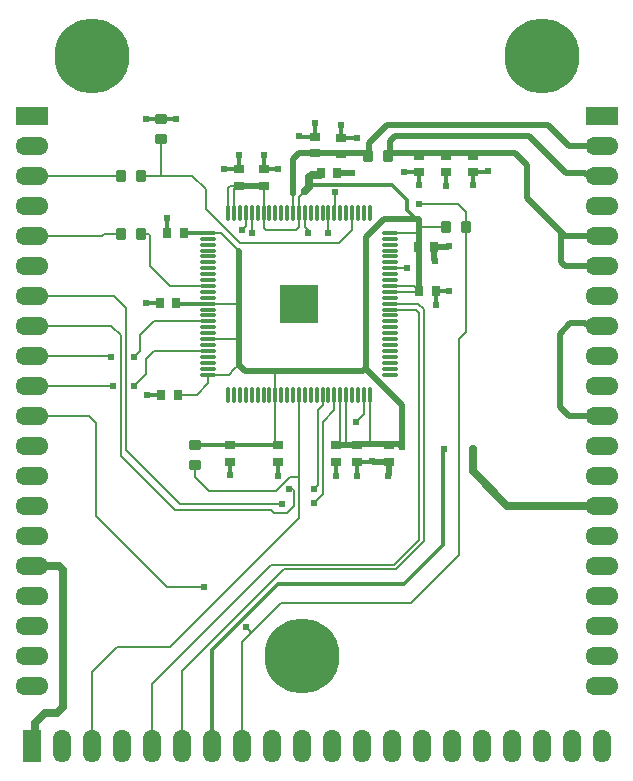
<source format=gtl>
G04*
G04 #@! TF.GenerationSoftware,Altium Limited,Altium Designer,19.0.14 (431)*
G04*
G04 Layer_Physical_Order=1*
G04 Layer_Color=255*
%FSLAX25Y25*%
%MOIN*%
G70*
G01*
G75*
%ADD16O,0.01181X0.05512*%
%ADD17O,0.05512X0.01181*%
%ADD18R,0.03740X0.02953*%
G04:AMPARAMS|DCode=19|XSize=39.37mil|YSize=35.43mil|CornerRadius=4.43mil|HoleSize=0mil|Usage=FLASHONLY|Rotation=0.000|XOffset=0mil|YOffset=0mil|HoleType=Round|Shape=RoundedRectangle|*
%AMROUNDEDRECTD19*
21,1,0.03937,0.02657,0,0,0.0*
21,1,0.03051,0.03543,0,0,0.0*
1,1,0.00886,0.01526,-0.01329*
1,1,0.00886,-0.01526,-0.01329*
1,1,0.00886,-0.01526,0.01329*
1,1,0.00886,0.01526,0.01329*
%
%ADD19ROUNDEDRECTD19*%
%ADD20R,0.02953X0.03740*%
G04:AMPARAMS|DCode=21|XSize=39.37mil|YSize=35.43mil|CornerRadius=4.43mil|HoleSize=0mil|Usage=FLASHONLY|Rotation=270.000|XOffset=0mil|YOffset=0mil|HoleType=Round|Shape=RoundedRectangle|*
%AMROUNDEDRECTD21*
21,1,0.03937,0.02657,0,0,270.0*
21,1,0.03051,0.03543,0,0,270.0*
1,1,0.00886,-0.01329,-0.01526*
1,1,0.00886,-0.01329,0.01526*
1,1,0.00886,0.01329,0.01526*
1,1,0.00886,0.01329,-0.01526*
%
%ADD21ROUNDEDRECTD21*%
%ADD36R,0.12992X0.12992*%
%ADD37C,0.00800*%
%ADD38C,0.02000*%
%ADD39C,0.01200*%
%ADD40C,0.02500*%
%ADD41C,0.25000*%
%ADD42R,0.11000X0.06000*%
%ADD43O,0.11000X0.06000*%
%ADD44R,0.06000X0.11000*%
%ADD45O,0.06000X0.11000*%
%ADD46C,0.02400*%
%ADD47C,0.02362*%
D16*
X120744Y125087D02*
D03*
X118776D02*
D03*
X116807D02*
D03*
X114839D02*
D03*
X112870D02*
D03*
X110902D02*
D03*
X108933D02*
D03*
X106965D02*
D03*
X104996D02*
D03*
X103028D02*
D03*
X101059D02*
D03*
X99090D02*
D03*
X97122D02*
D03*
X95153D02*
D03*
X93185D02*
D03*
X91216D02*
D03*
X89248D02*
D03*
X87279D02*
D03*
X85311D02*
D03*
X83342D02*
D03*
X81374D02*
D03*
X79405D02*
D03*
X77437D02*
D03*
X75468D02*
D03*
X73500D02*
D03*
Y185716D02*
D03*
X75468D02*
D03*
X77437D02*
D03*
X79405D02*
D03*
X81374D02*
D03*
X83342D02*
D03*
X85311D02*
D03*
X87279D02*
D03*
X89248D02*
D03*
X91216D02*
D03*
X93185D02*
D03*
X95153D02*
D03*
X97122D02*
D03*
X99090D02*
D03*
X101059D02*
D03*
X103028D02*
D03*
X104996D02*
D03*
X106965D02*
D03*
X108933D02*
D03*
X110902D02*
D03*
X112870D02*
D03*
X114839D02*
D03*
X116807D02*
D03*
X118776D02*
D03*
X120744D02*
D03*
D17*
X66807Y131780D02*
D03*
Y133748D02*
D03*
Y135716D02*
D03*
Y137685D02*
D03*
Y139654D02*
D03*
Y141622D02*
D03*
Y143591D02*
D03*
Y145559D02*
D03*
Y147528D02*
D03*
Y149496D02*
D03*
Y151465D02*
D03*
Y153433D02*
D03*
Y155402D02*
D03*
Y157370D02*
D03*
Y159339D02*
D03*
Y161307D02*
D03*
Y163276D02*
D03*
Y165244D02*
D03*
Y167213D02*
D03*
Y169181D02*
D03*
Y171150D02*
D03*
Y173118D02*
D03*
Y175087D02*
D03*
Y177055D02*
D03*
Y179024D02*
D03*
X127437D02*
D03*
Y177055D02*
D03*
Y175087D02*
D03*
Y173118D02*
D03*
Y171150D02*
D03*
Y169181D02*
D03*
Y167213D02*
D03*
Y165244D02*
D03*
Y163276D02*
D03*
Y161307D02*
D03*
Y159339D02*
D03*
Y157370D02*
D03*
Y155402D02*
D03*
Y153433D02*
D03*
Y151465D02*
D03*
Y149496D02*
D03*
Y147528D02*
D03*
Y145559D02*
D03*
Y143591D02*
D03*
Y141622D02*
D03*
Y139654D02*
D03*
Y137685D02*
D03*
Y135716D02*
D03*
Y133748D02*
D03*
Y131780D02*
D03*
D18*
X127000Y102744D02*
D03*
Y108256D02*
D03*
X116500Y102744D02*
D03*
Y108256D02*
D03*
X109500D02*
D03*
Y102744D02*
D03*
X90000Y108256D02*
D03*
Y102744D02*
D03*
X74000Y108256D02*
D03*
Y102744D02*
D03*
X155000Y204756D02*
D03*
Y199244D02*
D03*
X146000Y204756D02*
D03*
Y199244D02*
D03*
X137000Y204756D02*
D03*
Y199244D02*
D03*
X111295Y205213D02*
D03*
Y210724D02*
D03*
X102500Y205500D02*
D03*
Y211012D02*
D03*
X85500Y194744D02*
D03*
Y200256D02*
D03*
X77000Y194744D02*
D03*
Y200256D02*
D03*
D19*
X62500Y101654D02*
D03*
Y108346D02*
D03*
X51000Y210154D02*
D03*
Y216846D02*
D03*
D20*
X137244Y159500D02*
D03*
X142756D02*
D03*
X142256Y174299D02*
D03*
X136744D02*
D03*
X109902Y199000D02*
D03*
X104390D02*
D03*
X53244Y179000D02*
D03*
X58756D02*
D03*
X56256Y155500D02*
D03*
X50744D02*
D03*
X51244Y125000D02*
D03*
X56756D02*
D03*
D21*
X152847Y181000D02*
D03*
X146153D02*
D03*
X120153Y204756D02*
D03*
X126847D02*
D03*
X44346Y178500D02*
D03*
X37654D02*
D03*
X44346Y198000D02*
D03*
X37653D02*
D03*
D36*
X97122Y155402D02*
D03*
D37*
X97122Y84122D02*
Y97500D01*
X54000Y41000D02*
X97122Y84122D01*
X36500Y41000D02*
X54000D01*
X87900Y68400D02*
X128900D01*
X48000Y28500D02*
X87900Y68400D01*
X48000Y8000D02*
Y28500D01*
X89248Y132748D02*
X89500Y133000D01*
X89248Y125087D02*
Y132748D01*
X116106Y116000D02*
X118776Y118669D01*
Y125087D01*
X76591Y143591D02*
X77000Y144000D01*
X75439Y143591D02*
X76591D01*
X75530Y133530D02*
X77000Y135000D01*
X75530Y133500D02*
Y133530D01*
X66807Y128807D02*
Y131780D01*
X63000Y125000D02*
X66807Y128807D01*
X97122Y97500D02*
Y125087D01*
X108933Y119925D02*
Y125087D01*
X104996Y115988D02*
X108933Y119925D01*
X104996Y91996D02*
Y115988D01*
X104996Y121500D02*
Y125087D01*
X103421Y119925D02*
X104996Y121500D01*
X103421Y94921D02*
Y119925D01*
X89248Y109158D02*
X90150Y108256D01*
X89248Y109158D02*
Y125087D01*
X109500Y108256D02*
X109825D01*
X110902Y109332D01*
Y125087D01*
X112870Y108386D02*
X113000Y108256D01*
X112870Y108386D02*
Y125087D01*
X120744Y108988D02*
X121000Y108732D01*
X120744Y108988D02*
Y125087D01*
X127437Y153433D02*
X136000D01*
X137244Y152189D01*
X136742Y155402D02*
X138644Y153500D01*
X127437Y155402D02*
X136742D01*
X127437Y167213D02*
X133000D01*
X137244Y159500D02*
Y159894D01*
X136168Y160970D02*
X137244Y159894D01*
X135774Y160970D02*
X136168D01*
X135437Y161307D02*
X135774Y160970D01*
X127437Y161307D02*
X135437D01*
X137083Y159339D02*
X137244Y159500D01*
X136295Y158551D02*
X137083Y159339D01*
X127437D02*
X137083D01*
X73809Y131780D02*
X75530Y133500D01*
X66807Y131780D02*
X73809D01*
X75902Y155402D02*
X76000Y155500D01*
X66807Y155402D02*
X75902D01*
X70976Y179024D02*
X77000Y173000D01*
X66807Y179024D02*
X70976D01*
X75439Y143591D02*
X75530Y143500D01*
X66807Y143591D02*
X75439D01*
X47500Y168000D02*
X54193Y161307D01*
X66807D01*
X46000Y132000D02*
Y137000D01*
X48654Y139654D01*
X66807D01*
X44000Y144846D02*
X48650Y149496D01*
X66807D01*
X137244Y181000D02*
X146153D01*
X137236Y179024D02*
X137244Y179032D01*
X127437Y179024D02*
X137236D01*
X109000Y185784D02*
Y192500D01*
X108933Y185716D02*
X109000Y185784D01*
X97122Y180961D02*
Y185716D01*
X96000Y179839D02*
X97122Y180961D01*
X86839Y179839D02*
X96000D01*
X86831Y179831D02*
X86839Y179839D01*
X86169Y179831D02*
X86831D01*
X85311Y180689D02*
X86169Y179831D01*
X85311Y180689D02*
Y185716D01*
X78000Y179839D02*
X79405Y181244D01*
Y185716D01*
X81374Y178976D02*
X81500Y178850D01*
X81374Y178976D02*
Y185716D01*
X85311Y191764D02*
X85500Y191953D01*
X85311Y185716D02*
Y191764D01*
X74244Y194744D02*
X76606D01*
X73500Y194000D02*
X74244Y194744D01*
X73500Y185716D02*
Y194000D01*
X76606Y194744D02*
X77000D01*
X75530Y193668D02*
X76606Y194744D01*
X75530Y193261D02*
Y193668D01*
X75468Y193199D02*
X75530Y193261D01*
X75468Y185716D02*
Y193199D01*
X110500Y175500D02*
X114839Y179839D01*
Y185716D01*
X77500Y175500D02*
X110500D01*
X66000Y187000D02*
X77500Y175500D01*
X66000Y187000D02*
Y193500D01*
X61500Y198000D02*
X66000Y193500D01*
X95153Y185716D02*
Y192000D01*
X97122Y190834D02*
X99288Y193000D01*
X97122Y185716D02*
Y190834D01*
X100000Y178850D02*
Y180000D01*
X99090Y180909D02*
X100000Y180000D01*
X99090Y180909D02*
Y185716D01*
X106965Y179032D02*
Y185716D01*
X150500Y71500D02*
Y143500D01*
X134500Y55500D02*
X150500Y71500D01*
X91000Y55500D02*
X134500D01*
X150500Y143500D02*
X152847Y145846D01*
X80750Y45250D02*
X91000Y55500D01*
X78000Y42500D02*
X80750Y45250D01*
Y46231D01*
X79500Y47481D02*
X80750Y46231D01*
X79500Y47481D02*
Y47500D01*
X53000Y61000D02*
X65575D01*
X29500Y84500D02*
X53000Y61000D01*
X29500Y84500D02*
Y115500D01*
X27000Y118000D02*
X29500Y115500D01*
X37653Y104500D02*
Y144846D01*
X39500Y106500D02*
Y153827D01*
X42000Y128000D02*
X46000Y132000D01*
X35327Y158000D02*
X39500Y153827D01*
X37653Y104500D02*
X55654Y86500D01*
X39500Y106500D02*
X57500Y88500D01*
X34500Y148000D02*
X37653Y144846D01*
X8000Y118000D02*
X27000D01*
X94000Y97500D02*
X97122D01*
X89500Y93000D02*
X94000Y97500D01*
X67000Y93000D02*
X89500D01*
X62500Y97500D02*
X67000Y93000D01*
X62500Y97500D02*
Y101654D01*
X88673Y85500D02*
X93000D01*
X87673Y86500D02*
X88673Y85500D01*
X55654Y86500D02*
X87673D01*
X152847Y145846D02*
Y181000D01*
X78000Y8000D02*
Y42500D01*
X92000Y67000D02*
X129480D01*
X58000Y33000D02*
X92000Y67000D01*
X58000Y8000D02*
Y33000D01*
X137000Y188500D02*
X150276D01*
X152847Y185929D01*
Y181000D02*
Y185929D01*
X8000Y128000D02*
X35000D01*
X34250Y138000D02*
X34500Y137750D01*
X8000Y138000D02*
X34250D01*
X42000Y137750D02*
X44000Y139750D01*
Y144846D01*
X93972Y93500D02*
X95000D01*
X95500Y93000D01*
Y88000D02*
Y93000D01*
X93000Y85500D02*
X95500Y88000D01*
X8000Y148000D02*
X34500D01*
X57500Y88500D02*
X91500D01*
X8000Y158000D02*
X35327D01*
X102000Y89000D02*
X104996Y91996D01*
X102000Y93500D02*
X103421Y94921D01*
X32000Y178500D02*
X37654D01*
X31500Y178000D02*
X32000Y178500D01*
X8000Y178000D02*
X31500D01*
X44346Y178500D02*
X47000D01*
X47500Y178000D01*
Y168000D02*
Y178000D01*
X51000Y198000D02*
X61500D01*
X44346D02*
X51000D01*
Y210154D01*
X128900Y68400D02*
X137244Y76744D01*
X129480Y67000D02*
X138644Y76164D01*
Y153500D01*
X137244Y76744D02*
Y152189D01*
X28000Y8000D02*
Y32500D01*
X36500Y41000D01*
X56756Y125000D02*
X63000D01*
X85500Y191953D02*
Y194744D01*
X136618Y160126D02*
X137244Y159500D01*
X109500Y108500D02*
X109721Y108721D01*
X115862Y108500D02*
X116232D01*
X115862D02*
X116106Y108256D01*
X115030Y109332D02*
X115862Y108500D01*
X115030Y109332D02*
Y109386D01*
X116106Y108256D02*
X116476D01*
X116232Y108500D02*
X116476Y108256D01*
X58756Y179000D02*
X59256Y178500D01*
X77000Y194744D02*
X78000Y193744D01*
X76500Y194244D02*
X77000Y194744D01*
X8000Y198000D02*
X37653D01*
D38*
X89500Y133000D02*
X118328D01*
X79000D02*
X89500D01*
X77000Y144000D02*
Y173000D01*
Y135000D02*
Y144000D01*
X119500Y133500D02*
Y134172D01*
Y133500D02*
X131500Y121500D01*
X109825Y108256D02*
X113000D01*
X116106D01*
X121000Y108732D02*
X130159D01*
X116000D02*
X121000D01*
X137244Y159894D02*
Y174299D01*
X136128Y183500D02*
X137000D01*
X125500D02*
X136128D01*
X137000D02*
X137244Y183256D01*
X119500Y177500D02*
X125500Y183500D01*
X119500Y134172D02*
Y177500D01*
X118328Y133000D02*
X119500Y134172D01*
X77000Y135000D02*
X79000Y133000D01*
X137244Y174299D02*
Y179032D01*
Y181000D02*
Y183256D01*
Y179032D02*
Y181000D01*
X95153Y192000D02*
Y203654D01*
X126847Y98000D02*
X127000Y98154D01*
Y102744D01*
X121500Y103000D02*
X121608D01*
X121864Y102744D01*
X127000D01*
X142500Y169575D02*
Y169683D01*
X142256Y169927D02*
X142500Y169683D01*
X142256Y169927D02*
Y174299D01*
X146892Y174500D02*
X147000D01*
X146691Y174299D02*
X146892Y174500D01*
X142256Y174299D02*
X146691D01*
X109902Y199000D02*
X114646D01*
X136744Y174299D02*
X137244D01*
X131500Y107500D02*
Y121500D01*
X131392Y107500D02*
X131500D01*
X130159Y108732D02*
X131392Y107500D01*
X127591Y205500D02*
X169000D01*
X127500Y205410D02*
X127591Y205500D01*
X127500Y205410D02*
Y209500D01*
X126847Y204756D02*
X127500Y205410D01*
Y209500D02*
X129138Y211138D01*
X173862D01*
X184850Y178850D02*
X185701Y178000D01*
X173000Y190701D02*
X184850Y178850D01*
X184500Y178500D02*
X184850Y178850D01*
X184500Y169172D02*
Y178500D01*
Y169172D02*
X185672Y168000D01*
X198000D01*
X169000Y205500D02*
X173000Y201500D01*
Y190701D02*
Y201500D01*
X185701Y178000D02*
X198000D01*
X173862Y211138D02*
X186000Y199000D01*
X102500Y205500D02*
X119410D01*
X180000Y215000D02*
X187000Y208000D01*
X126500Y215000D02*
X180000D01*
X120500Y209000D02*
X126500Y215000D01*
X187500Y148906D02*
X192328D01*
X192469Y148765D01*
X197235D01*
X198000Y148000D01*
X184000Y145405D02*
X187500Y148906D01*
X184000Y121000D02*
Y145405D01*
Y121000D02*
X187000Y118000D01*
X198000D01*
X77000Y194744D02*
X85500D01*
X116000Y108732D02*
X116232Y108500D01*
X90150Y108256D02*
X90626Y108732D01*
X90000Y108256D02*
X90150D01*
X116476D02*
X116500D01*
X120500Y205102D02*
Y209000D01*
X120153Y204756D02*
X120500Y205102D01*
X187000Y208000D02*
X198000D01*
X186000Y199000D02*
X192328D01*
X192563Y198765D01*
X197235D01*
X198000Y198000D01*
X97000Y205500D02*
X102500D01*
X119410D02*
X120153Y204756D01*
X95153Y203654D02*
X97000Y205500D01*
D39*
X136128Y183500D02*
X136372Y183256D01*
X133000Y186628D02*
X136128Y183500D01*
X56256Y155500D02*
X56354Y155402D01*
X66807D01*
X58756Y179000D02*
X58780Y179024D01*
X66807D01*
X136372Y183256D02*
X137244D01*
X133000Y186628D02*
Y190000D01*
X128000Y195000D02*
X133000Y190000D01*
X101500Y195000D02*
X128000D01*
X100500Y196000D02*
X101500Y195000D01*
X145000Y106500D02*
X145500Y107000D01*
X145000Y75000D02*
Y106500D01*
X132000Y62000D02*
X145000Y75000D01*
X90000Y62000D02*
X132000D01*
X68000Y40000D02*
X90000Y62000D01*
X68000Y8000D02*
Y40000D01*
X62500Y108346D02*
X62590Y108256D01*
X74000D01*
X90000D01*
X51000Y216846D02*
X56000D01*
X50846Y217000D02*
X51000Y216846D01*
X46000Y217000D02*
X50846D01*
X74000Y98150D02*
Y102744D01*
X90000Y98150D02*
X90150Y98000D01*
X90000Y98150D02*
Y102744D01*
X121500D02*
Y103000D01*
X121175D02*
X121500D01*
X120919Y102744D02*
X121175Y103000D01*
X116500Y102744D02*
X120919D01*
X109500Y98000D02*
Y102744D01*
X116500Y98000D02*
Y102744D01*
X142756Y155000D02*
Y159500D01*
X147000D01*
X159675Y199500D02*
X160000D01*
X159419Y199244D02*
X159675Y199500D01*
X155000Y199244D02*
X159419D01*
X155000Y195000D02*
Y199244D01*
X146000Y194500D02*
Y199244D01*
X137000Y195000D02*
Y199244D01*
X132000D02*
X137000D01*
X97122Y211138D02*
X97248Y211012D01*
X102500D01*
X111295Y210724D02*
X116500D01*
X111295D02*
Y215000D01*
X102500Y211012D02*
Y215500D01*
X85500Y200256D02*
X90150D01*
X72000D02*
X77000D01*
X85500D02*
Y205000D01*
X77000Y200256D02*
Y205000D01*
X53244Y179000D02*
Y184000D01*
X46000Y155500D02*
X50744D01*
X46500Y125000D02*
X51244D01*
D40*
X100500Y196000D02*
Y197536D01*
Y194212D02*
Y196000D01*
Y197536D02*
X101352Y198388D01*
X104163D01*
X104390Y198614D01*
Y199000D01*
X99288Y193000D02*
X100500Y194212D01*
X17036Y68000D02*
X18500Y66536D01*
X8000Y68000D02*
X17036D01*
X18500Y21000D02*
Y66536D01*
X16500Y19000D02*
X18500Y21000D01*
X12500Y19000D02*
X16500D01*
X9152Y15652D02*
X12500Y19000D01*
X9152Y9152D02*
Y15652D01*
X8000Y8000D02*
X9152Y9152D01*
X155000Y99500D02*
Y107000D01*
Y99500D02*
X166500Y88000D01*
X198000D01*
D41*
X98000Y38000D02*
D03*
X28000Y238000D02*
D03*
X178000D02*
D03*
D42*
X8000Y218000D02*
D03*
X198000D02*
D03*
D43*
X8000Y208000D02*
D03*
Y198000D02*
D03*
Y188000D02*
D03*
Y178000D02*
D03*
Y168000D02*
D03*
Y158000D02*
D03*
Y148000D02*
D03*
Y138000D02*
D03*
Y128000D02*
D03*
Y118000D02*
D03*
Y108000D02*
D03*
Y98000D02*
D03*
Y88000D02*
D03*
Y78000D02*
D03*
Y68000D02*
D03*
Y58000D02*
D03*
Y48000D02*
D03*
Y38000D02*
D03*
Y28000D02*
D03*
X198000Y208000D02*
D03*
Y198000D02*
D03*
Y188000D02*
D03*
Y178000D02*
D03*
Y168000D02*
D03*
Y158000D02*
D03*
Y148000D02*
D03*
Y138000D02*
D03*
Y128000D02*
D03*
Y118000D02*
D03*
Y108000D02*
D03*
Y98000D02*
D03*
Y88000D02*
D03*
Y78000D02*
D03*
Y68000D02*
D03*
Y58000D02*
D03*
Y48000D02*
D03*
Y38000D02*
D03*
Y28000D02*
D03*
D44*
X8000Y8000D02*
D03*
D45*
X18000D02*
D03*
X28000D02*
D03*
X38000D02*
D03*
X48000D02*
D03*
X58000D02*
D03*
X68000D02*
D03*
X78000D02*
D03*
X88000D02*
D03*
X98000D02*
D03*
X108000D02*
D03*
X118000D02*
D03*
X128000D02*
D03*
X138000D02*
D03*
X148000D02*
D03*
X158000D02*
D03*
X168000D02*
D03*
X178000D02*
D03*
X188000D02*
D03*
X198000D02*
D03*
D46*
X116106Y116000D02*
D03*
X133000Y167213D02*
D03*
X109000Y192500D02*
D03*
X78000Y179839D02*
D03*
X81500Y178850D02*
D03*
X100000D02*
D03*
X106965Y179032D02*
D03*
X145500Y107000D02*
D03*
X79500Y47500D02*
D03*
X65575Y61000D02*
D03*
X42000Y128000D02*
D03*
X126847Y98000D02*
D03*
X142500Y169575D02*
D03*
X147000Y174500D02*
D03*
X114646Y199000D02*
D03*
X131500Y107500D02*
D03*
X155000Y107000D02*
D03*
X137000Y188500D02*
D03*
X35000Y128000D02*
D03*
X34500Y137750D02*
D03*
X42000D02*
D03*
X93972Y93500D02*
D03*
X91500Y88500D02*
D03*
X102000Y89000D02*
D03*
Y93500D02*
D03*
X56000Y216846D02*
D03*
X46000Y217000D02*
D03*
X74000Y98150D02*
D03*
X90150Y98000D02*
D03*
X121500Y103000D02*
D03*
X109500Y98000D02*
D03*
X116500D02*
D03*
X142756Y155000D02*
D03*
X147000Y159500D02*
D03*
X160000Y199500D02*
D03*
X155000Y195000D02*
D03*
X146000Y194500D02*
D03*
X137000Y195000D02*
D03*
X132000Y199244D02*
D03*
X97122Y211138D02*
D03*
X116500Y210724D02*
D03*
X111295Y215000D02*
D03*
X102500Y215500D02*
D03*
X90150Y200256D02*
D03*
X72000D02*
D03*
X85500Y205000D02*
D03*
X77000D02*
D03*
X53244Y184000D02*
D03*
X46000Y155500D02*
D03*
X46500Y125000D02*
D03*
D47*
X99288Y157567D02*
D03*
Y153236D02*
D03*
X94957Y157567D02*
D03*
X94957Y153236D02*
D03*
M02*

</source>
